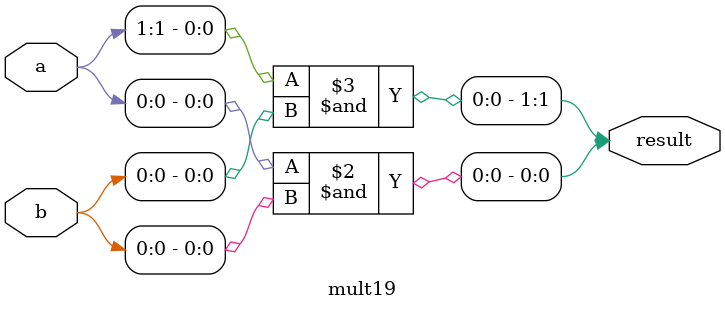
<source format=v>
module mult19 (
    input [1:0] a,
    input [1:0] b,
    output reg [1:0] result
);

always @(*) begin
    // Bit-wise multiplication
    result[0] = a[0] & b[0];
    result[1] = a[1] & b[0];
end

endmodule

</source>
